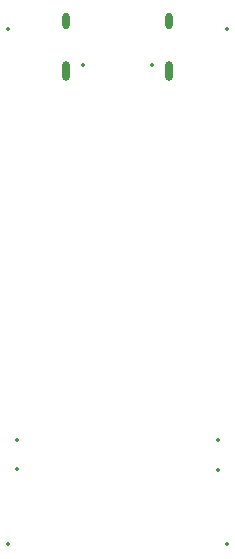
<source format=gbo>
%TF.GenerationSoftware,KiCad,Pcbnew,7.0.2*%
%TF.CreationDate,2023-08-12T21:53:35+01:00*%
%TF.ProjectId,lil-flite,6c696c2d-666c-4697-9465-2e6b69636164,rev?*%
%TF.SameCoordinates,Original*%
%TF.FileFunction,Legend,Bot*%
%TF.FilePolarity,Positive*%
%FSLAX46Y46*%
G04 Gerber Fmt 4.6, Leading zero omitted, Abs format (unit mm)*
G04 Created by KiCad (PCBNEW 7.0.2) date 2023-08-12 21:53:35*
%MOMM*%
%LPD*%
G01*
G04 APERTURE LIST*
%ADD10C,0.350000*%
%ADD11O,0.600000X1.700000*%
%ADD12O,0.600000X1.400000*%
G04 APERTURE END LIST*
D10*
X103200000Y-96800000D03*
X121800000Y-96800000D03*
X103200000Y-53200000D03*
X121800000Y-53200000D03*
X121000000Y-90540000D03*
X121000000Y-88040000D03*
X104000000Y-90500000D03*
X104000000Y-88000000D03*
X115390000Y-56274218D03*
X109610000Y-56274218D03*
D11*
X116820000Y-56774218D03*
D12*
X116820000Y-52594218D03*
X108180000Y-52594218D03*
D11*
X108180000Y-56774218D03*
M02*

</source>
